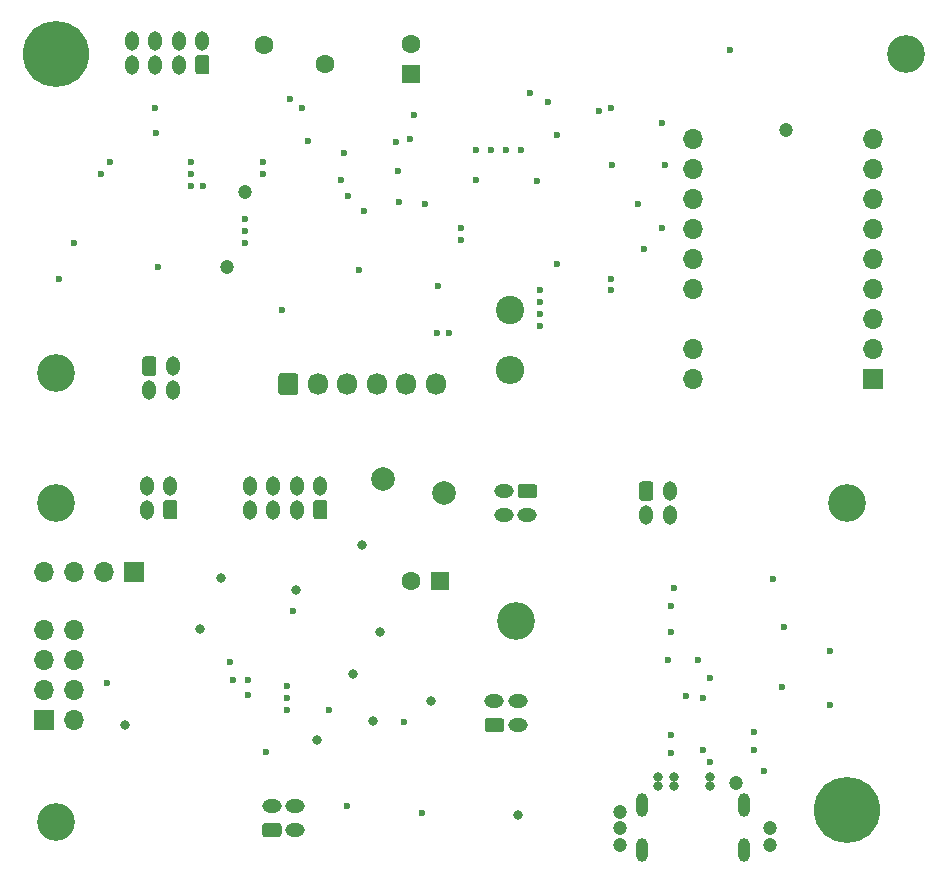
<source format=gbs>
G04 #@! TF.GenerationSoftware,KiCad,Pcbnew,(5.1.10-1-10_14)*
G04 #@! TF.CreationDate,2022-03-22T14:27:17+09:00*
G04 #@! TF.ProjectId,EH-900,45482d39-3030-42e6-9b69-6361645f7063,rev?*
G04 #@! TF.SameCoordinates,PX5f5e100PY510ff40*
G04 #@! TF.FileFunction,Soldermask,Bot*
G04 #@! TF.FilePolarity,Negative*
%FSLAX46Y46*%
G04 Gerber Fmt 4.6, Leading zero omitted, Abs format (unit mm)*
G04 Created by KiCad (PCBNEW (5.1.10-1-10_14)) date 2022-03-22 14:27:17*
%MOMM*%
%LPD*%
G01*
G04 APERTURE LIST*
%ADD10C,0.500000*%
%ADD11O,1.000000X2.000000*%
%ADD12C,3.200000*%
%ADD13O,1.700000X1.700000*%
%ADD14R,1.700000X1.700000*%
%ADD15C,1.600000*%
%ADD16R,1.600000X1.600000*%
%ADD17C,4.000000*%
%ADD18C,5.600000*%
%ADD19C,3.600000*%
%ADD20C,2.010000*%
%ADD21O,1.200000X1.650000*%
%ADD22O,1.650000X1.200000*%
%ADD23O,1.700000X1.850000*%
%ADD24O,2.400000X2.400000*%
%ADD25C,2.400000*%
%ADD26C,1.200000*%
%ADD27C,0.600000*%
%ADD28C,0.800000*%
G04 APERTURE END LIST*
D10*
G04 #@! TO.C,J301*
X62320000Y5050000D03*
X62320000Y5750000D03*
D11*
X53680000Y5400000D03*
X62320000Y5400000D03*
X53680000Y1600000D03*
X62320000Y1600000D03*
D10*
X62320000Y5400000D03*
G04 #@! TD*
D12*
G04 #@! TO.C,REF\u002A\u002A*
X71000000Y31000000D03*
G04 #@! TD*
G04 #@! TO.C,REF\u002A\u002A*
X4000000Y42000000D03*
G04 #@! TD*
D13*
G04 #@! TO.C,CN204*
X3048000Y25146000D03*
X5588000Y25146000D03*
X8128000Y25146000D03*
D14*
X10668000Y25146000D03*
G04 #@! TD*
D13*
G04 #@! TO.C,CN201*
X5588000Y20268000D03*
X3048000Y20268000D03*
X5588000Y17728000D03*
X3048000Y17728000D03*
X5588000Y15188000D03*
X3048000Y15188000D03*
X5588000Y12648000D03*
D14*
X3048000Y12648000D03*
G04 #@! TD*
D15*
G04 #@! TO.C,C210*
X34076000Y24384000D03*
D16*
X36576000Y24384000D03*
G04 #@! TD*
D12*
G04 #@! TO.C,REF\u002A\u002A*
X76000000Y69000000D03*
G04 #@! TD*
D17*
G04 #@! TO.C,REF\u002A\u002A*
X71000000Y5000000D03*
D18*
X71000000Y5000000D03*
G04 #@! TD*
D19*
G04 #@! TO.C,REF\u002A\u002A*
X4000000Y69000000D03*
D18*
X4000000Y69000000D03*
G04 #@! TD*
D15*
G04 #@! TO.C,F401*
X26766000Y68160000D03*
X21666000Y69760000D03*
G04 #@! TD*
D20*
G04 #@! TO.C,F201*
X36850000Y31820000D03*
X31750000Y33020000D03*
G04 #@! TD*
D21*
G04 #@! TO.C,CN401*
X13938000Y40572000D03*
X11938000Y40572000D03*
X13938000Y42572000D03*
G36*
G01*
X11338000Y41996999D02*
X11338000Y43147001D01*
G75*
G02*
X11587999Y43397000I249999J0D01*
G01*
X12288001Y43397000D01*
G75*
G02*
X12538000Y43147001I0J-249999D01*
G01*
X12538000Y41996999D01*
G75*
G02*
X12288001Y41747000I-249999J0D01*
G01*
X11587999Y41747000D01*
G75*
G02*
X11338000Y41996999I0J249999D01*
G01*
G37*
G04 #@! TD*
G04 #@! TO.C,CN301*
X56000000Y30000000D03*
X54000000Y30000000D03*
X56000000Y32000000D03*
G36*
G01*
X53400000Y31424999D02*
X53400000Y32575001D01*
G75*
G02*
X53649999Y32825000I249999J0D01*
G01*
X54350001Y32825000D01*
G75*
G02*
X54600000Y32575001I0J-249999D01*
G01*
X54600000Y31424999D01*
G75*
G02*
X54350001Y31175000I-249999J0D01*
G01*
X53649999Y31175000D01*
G75*
G02*
X53400000Y31424999I0J249999D01*
G01*
G37*
G04 #@! TD*
D22*
G04 #@! TO.C,CN207*
X43148000Y14192000D03*
X43148000Y12192000D03*
X41148000Y14192000D03*
G36*
G01*
X41723001Y11592000D02*
X40572999Y11592000D01*
G75*
G02*
X40323000Y11841999I0J249999D01*
G01*
X40323000Y12542001D01*
G75*
G02*
X40572999Y12792000I249999J0D01*
G01*
X41723001Y12792000D01*
G75*
G02*
X41973000Y12542001I0J-249999D01*
G01*
X41973000Y11841999D01*
G75*
G02*
X41723001Y11592000I-249999J0D01*
G01*
G37*
G04 #@! TD*
G04 #@! TO.C,CN206*
X41942000Y30004000D03*
X41942000Y32004000D03*
X43942000Y30004000D03*
G36*
G01*
X43366999Y32604000D02*
X44517001Y32604000D01*
G75*
G02*
X44767000Y32354001I0J-249999D01*
G01*
X44767000Y31653999D01*
G75*
G02*
X44517001Y31404000I-249999J0D01*
G01*
X43366999Y31404000D01*
G75*
G02*
X43117000Y31653999I0J249999D01*
G01*
X43117000Y32354001D01*
G75*
G02*
X43366999Y32604000I249999J0D01*
G01*
G37*
G04 #@! TD*
G04 #@! TO.C,CN203*
X24300000Y5302000D03*
X24300000Y3302000D03*
X22300000Y5302000D03*
G36*
G01*
X22875001Y2702000D02*
X21724999Y2702000D01*
G75*
G02*
X21475000Y2951999I0J249999D01*
G01*
X21475000Y3652001D01*
G75*
G02*
X21724999Y3902000I249999J0D01*
G01*
X22875001Y3902000D01*
G75*
G02*
X23125000Y3652001I0J-249999D01*
G01*
X23125000Y2951999D01*
G75*
G02*
X22875001Y2702000I-249999J0D01*
G01*
G37*
G04 #@! TD*
D21*
G04 #@! TO.C,CN202*
X11716000Y32428000D03*
X13716000Y32428000D03*
X11716000Y30428000D03*
G36*
G01*
X14316000Y31003001D02*
X14316000Y29852999D01*
G75*
G02*
X14066001Y29603000I-249999J0D01*
G01*
X13365999Y29603000D01*
G75*
G02*
X13116000Y29852999I0J249999D01*
G01*
X13116000Y31003001D01*
G75*
G02*
X13365999Y31253000I249999J0D01*
G01*
X14066001Y31253000D01*
G75*
G02*
X14316000Y31003001I0J-249999D01*
G01*
G37*
G04 #@! TD*
D12*
G04 #@! TO.C,REF\u002A\u002A*
X43000000Y21000000D03*
G04 #@! TD*
G04 #@! TO.C,REF\u002A\u002A*
X4000000Y4000000D03*
G04 #@! TD*
G04 #@! TO.C,REF\u002A\u002A*
X4000000Y31000000D03*
G04 #@! TD*
D23*
G04 #@! TO.C,CN403*
X36198000Y41058000D03*
X33698000Y41058000D03*
X31198000Y41058000D03*
X28698000Y41058000D03*
X26198000Y41058000D03*
G36*
G01*
X22848000Y40383000D02*
X22848000Y41733000D01*
G75*
G02*
X23098000Y41983000I250000J0D01*
G01*
X24298000Y41983000D01*
G75*
G02*
X24548000Y41733000I0J-250000D01*
G01*
X24548000Y40383000D01*
G75*
G02*
X24298000Y40133000I-250000J0D01*
G01*
X23098000Y40133000D01*
G75*
G02*
X22848000Y40383000I0J250000D01*
G01*
G37*
G04 #@! TD*
D24*
G04 #@! TO.C,R419*
X42494000Y42226000D03*
D25*
X42494000Y47306000D03*
G04 #@! TD*
D13*
G04 #@! TO.C,U409*
X57988000Y41464000D03*
X57988000Y44004000D03*
X57988000Y49084000D03*
X57988000Y51624000D03*
X57988000Y54164000D03*
X57988000Y56704000D03*
X57988000Y59244000D03*
X57988000Y61784000D03*
X73228000Y54164000D03*
X73228000Y56704000D03*
X73228000Y61784000D03*
X73228000Y49084000D03*
X73228000Y46544000D03*
X73228000Y59244000D03*
X73228000Y51624000D03*
X73228000Y44004000D03*
D14*
X73228000Y41464000D03*
G04 #@! TD*
D21*
G04 #@! TO.C,CN402*
X10427000Y70109000D03*
X12427000Y70109000D03*
X14427000Y70109000D03*
X16427000Y70109000D03*
X10427000Y68109000D03*
X12427000Y68109000D03*
X14427000Y68109000D03*
G36*
G01*
X17027000Y68684001D02*
X17027000Y67533999D01*
G75*
G02*
X16777001Y67284000I-249999J0D01*
G01*
X16076999Y67284000D01*
G75*
G02*
X15827000Y67533999I0J249999D01*
G01*
X15827000Y68684001D01*
G75*
G02*
X16076999Y68934000I249999J0D01*
G01*
X16777001Y68934000D01*
G75*
G02*
X17027000Y68684001I0J-249999D01*
G01*
G37*
G04 #@! TD*
D15*
G04 #@! TO.C,C410*
X34112000Y69847000D03*
D16*
X34112000Y67347000D03*
G04 #@! TD*
D21*
G04 #@! TO.C,CN205*
X20416000Y32428000D03*
X22416000Y32428000D03*
X24416000Y32428000D03*
X26416000Y32428000D03*
X20416000Y30428000D03*
X22416000Y30428000D03*
X24416000Y30428000D03*
G36*
G01*
X27016000Y31003001D02*
X27016000Y29852999D01*
G75*
G02*
X26766001Y29603000I-249999J0D01*
G01*
X26065999Y29603000D01*
G75*
G02*
X25816000Y29852999I0J249999D01*
G01*
X25816000Y31003001D01*
G75*
G02*
X26065999Y31253000I249999J0D01*
G01*
X26766001Y31253000D01*
G75*
G02*
X27016000Y31003001I0J-249999D01*
G01*
G37*
G04 #@! TD*
D26*
X64516000Y3456000D03*
X51816000Y3456000D03*
X51816000Y4853000D03*
X51816000Y2059000D03*
X64516000Y2059000D03*
X61595000Y7266000D03*
D27*
X56134000Y11330000D03*
X56134000Y9806000D03*
X19050000Y16002000D03*
X8382000Y15748000D03*
D28*
X16256000Y20320000D03*
X26162000Y10922000D03*
X18034000Y24638000D03*
X24384000Y23622000D03*
X9906000Y12192000D03*
X31496000Y20066000D03*
X30838627Y12498627D03*
X29210000Y16510000D03*
D27*
X18796000Y17526000D03*
X20320000Y14732000D03*
X20320000Y16002000D03*
D28*
X29972000Y27432000D03*
X43180000Y4572000D03*
X35814000Y14224000D03*
D27*
X27178000Y13462000D03*
X23622000Y13462000D03*
X21844000Y9906000D03*
X28702000Y5334000D03*
X23622000Y15494000D03*
X35052000Y4774000D03*
X23622000Y14478000D03*
X33528000Y12446000D03*
X24130000Y21844000D03*
X28778000Y56958000D03*
X33096000Y56450000D03*
X34366000Y63816000D03*
X15494000Y59844000D03*
X15494000Y58828000D03*
X15494000Y57812000D03*
X16510000Y57812000D03*
X39624000Y60860000D03*
X40894000Y60860000D03*
X42164000Y60860000D03*
X43434000Y60860000D03*
X21590000Y59844000D03*
X21590000Y58828000D03*
X20066000Y55018000D03*
X20066000Y54002000D03*
X20066000Y52986000D03*
X33020000Y59082000D03*
X29718000Y50700000D03*
X38354000Y54256000D03*
X38354000Y53240000D03*
X36322000Y45366000D03*
X37338000Y45366000D03*
X23190000Y47306000D03*
X36398000Y49338000D03*
X30104798Y55717112D03*
D26*
X20066000Y57304000D03*
D27*
X61092012Y69347988D03*
X44196000Y65686000D03*
X23876000Y65178000D03*
X7874000Y58828000D03*
X8636000Y59844000D03*
X24892000Y64416000D03*
X46482000Y62130000D03*
X45720000Y64924000D03*
X12436000Y64416000D03*
X5588000Y52986000D03*
X28194000Y58320000D03*
X35306000Y56288000D03*
X53848000Y52478000D03*
X32842000Y61530000D03*
X28448000Y60606000D03*
X46482000Y51208000D03*
X39624000Y58320000D03*
D26*
X65862000Y62546000D03*
D27*
X51000000Y49000000D03*
X51000000Y50000000D03*
X45000000Y46000000D03*
X45000000Y47000000D03*
X45000000Y48000000D03*
X45000000Y49000000D03*
X53340000Y56288000D03*
X55372000Y63146000D03*
X51054000Y64416000D03*
X51130000Y59590000D03*
X55626000Y59590000D03*
X55372000Y54256000D03*
X12522000Y62292000D03*
X34036000Y61784000D03*
X25400000Y61622000D03*
X44728812Y58295188D03*
X50038000Y64162000D03*
X12700000Y50954000D03*
D26*
X18542000Y50954000D03*
D27*
X4317988Y49938000D03*
X63119000Y11584000D03*
X63119000Y10060000D03*
X69596000Y13870000D03*
X69596000Y18442000D03*
X64770000Y24538000D03*
X65659000Y20474000D03*
X64008000Y8282000D03*
D28*
X56388000Y7774000D03*
X56388000Y7012000D03*
X59436000Y7012000D03*
X59436000Y7774000D03*
X54991000Y7774000D03*
X54991000Y7012000D03*
D27*
X56388000Y23776000D03*
X55880000Y17680000D03*
X56134000Y22252000D03*
X56134000Y20093000D03*
X58420000Y17680000D03*
X58801000Y10060000D03*
X58801000Y14505000D03*
X59436000Y9044000D03*
X59436000Y16156000D03*
X65532000Y15394000D03*
X57404000Y14632000D03*
M02*

</source>
